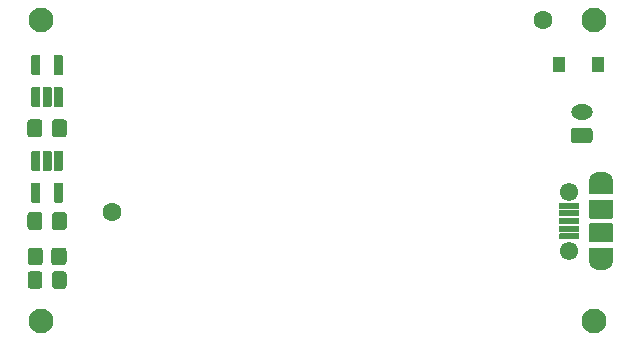
<source format=gbr>
%TF.GenerationSoftware,KiCad,Pcbnew,(5.1.9)-1*%
%TF.CreationDate,2021-01-14T15:41:35-05:00*%
%TF.ProjectId,TI59_battery,54493539-5f62-4617-9474-6572792e6b69,1*%
%TF.SameCoordinates,Original*%
%TF.FileFunction,Soldermask,Bot*%
%TF.FilePolarity,Negative*%
%FSLAX46Y46*%
G04 Gerber Fmt 4.6, Leading zero omitted, Abs format (unit mm)*
G04 Created by KiCad (PCBNEW (5.1.9)-1) date 2021-01-14 15:41:35*
%MOMM*%
%LPD*%
G01*
G04 APERTURE LIST*
%ADD10C,1.550000*%
%ADD11O,2.000000X1.300000*%
%ADD12C,2.100000*%
%ADD13C,1.600000*%
%ADD14O,1.850000X1.300000*%
G04 APERTURE END LIST*
%TO.C,J1*%
G36*
G01*
X166687500Y-104450000D02*
X168587500Y-104450000D01*
G75*
G02*
X168637500Y-104500000I0J-50000D01*
G01*
X168637500Y-106000000D01*
G75*
G02*
X168587500Y-106050000I-50000J0D01*
G01*
X166687500Y-106050000D01*
G75*
G02*
X166637500Y-106000000I0J50000D01*
G01*
X166637500Y-104500000D01*
G75*
G02*
X166687500Y-104450000I50000J0D01*
G01*
G37*
D10*
X164937500Y-101750000D03*
G36*
G01*
X164137500Y-103350000D02*
X165737500Y-103350000D01*
G75*
G02*
X165787500Y-103400000I0J-50000D01*
G01*
X165787500Y-103800000D01*
G75*
G02*
X165737500Y-103850000I-50000J0D01*
G01*
X164137500Y-103850000D01*
G75*
G02*
X164087500Y-103800000I0J50000D01*
G01*
X164087500Y-103400000D01*
G75*
G02*
X164137500Y-103350000I50000J0D01*
G01*
G37*
G36*
G01*
X164137500Y-102700000D02*
X165737500Y-102700000D01*
G75*
G02*
X165787500Y-102750000I0J-50000D01*
G01*
X165787500Y-103150000D01*
G75*
G02*
X165737500Y-103200000I-50000J0D01*
G01*
X164137500Y-103200000D01*
G75*
G02*
X164087500Y-103150000I0J50000D01*
G01*
X164087500Y-102750000D01*
G75*
G02*
X164137500Y-102700000I50000J0D01*
G01*
G37*
G36*
G01*
X164137500Y-105300000D02*
X165737500Y-105300000D01*
G75*
G02*
X165787500Y-105350000I0J-50000D01*
G01*
X165787500Y-105750000D01*
G75*
G02*
X165737500Y-105800000I-50000J0D01*
G01*
X164137500Y-105800000D01*
G75*
G02*
X164087500Y-105750000I0J50000D01*
G01*
X164087500Y-105350000D01*
G75*
G02*
X164137500Y-105300000I50000J0D01*
G01*
G37*
G36*
G01*
X164137500Y-104650000D02*
X165737500Y-104650000D01*
G75*
G02*
X165787500Y-104700000I0J-50000D01*
G01*
X165787500Y-105100000D01*
G75*
G02*
X165737500Y-105150000I-50000J0D01*
G01*
X164137500Y-105150000D01*
G75*
G02*
X164087500Y-105100000I0J50000D01*
G01*
X164087500Y-104700000D01*
G75*
G02*
X164137500Y-104650000I50000J0D01*
G01*
G37*
G36*
G01*
X164137500Y-104000000D02*
X165737500Y-104000000D01*
G75*
G02*
X165787500Y-104050000I0J-50000D01*
G01*
X165787500Y-104450000D01*
G75*
G02*
X165737500Y-104500000I-50000J0D01*
G01*
X164137500Y-104500000D01*
G75*
G02*
X164087500Y-104450000I0J50000D01*
G01*
X164087500Y-104050000D01*
G75*
G02*
X164137500Y-104000000I50000J0D01*
G01*
G37*
X164937500Y-106750000D03*
G36*
G01*
X166687500Y-102450000D02*
X168587500Y-102450000D01*
G75*
G02*
X168637500Y-102500000I0J-50000D01*
G01*
X168637500Y-104000000D01*
G75*
G02*
X168587500Y-104050000I-50000J0D01*
G01*
X166687500Y-104050000D01*
G75*
G02*
X166637500Y-104000000I0J50000D01*
G01*
X166637500Y-102500000D01*
G75*
G02*
X166687500Y-102450000I50000J0D01*
G01*
G37*
D11*
X167637500Y-100750000D03*
X167637500Y-107750000D03*
G36*
G01*
X166687500Y-106500000D02*
X168587500Y-106500000D01*
G75*
G02*
X168637500Y-106550000I0J-50000D01*
G01*
X168637500Y-107750000D01*
G75*
G02*
X168587500Y-107800000I-50000J0D01*
G01*
X166687500Y-107800000D01*
G75*
G02*
X166637500Y-107750000I0J50000D01*
G01*
X166637500Y-106550000D01*
G75*
G02*
X166687500Y-106500000I50000J0D01*
G01*
G37*
G36*
G01*
X166687500Y-100700000D02*
X168587500Y-100700000D01*
G75*
G02*
X168637500Y-100750000I0J-50000D01*
G01*
X168637500Y-101950000D01*
G75*
G02*
X168587500Y-102000000I-50000J0D01*
G01*
X166687500Y-102000000D01*
G75*
G02*
X166637500Y-101950000I0J50000D01*
G01*
X166637500Y-100750000D01*
G75*
G02*
X166687500Y-100700000I50000J0D01*
G01*
G37*
%TD*%
%TO.C,R1*%
G36*
G01*
X120400000Y-106770832D02*
X120400000Y-107729168D01*
G75*
G02*
X120129168Y-108000000I-270832J0D01*
G01*
X119370832Y-108000000D01*
G75*
G02*
X119100000Y-107729168I0J270832D01*
G01*
X119100000Y-106770832D01*
G75*
G02*
X119370832Y-106500000I270832J0D01*
G01*
X120129168Y-106500000D01*
G75*
G02*
X120400000Y-106770832I0J-270832D01*
G01*
G37*
G36*
G01*
X122400000Y-106770832D02*
X122400000Y-107729168D01*
G75*
G02*
X122129168Y-108000000I-270832J0D01*
G01*
X121370832Y-108000000D01*
G75*
G02*
X121100000Y-107729168I0J270832D01*
G01*
X121100000Y-106770832D01*
G75*
G02*
X121370832Y-106500000I270832J0D01*
G01*
X122129168Y-106500000D01*
G75*
G02*
X122400000Y-106770832I0J-270832D01*
G01*
G37*
%TD*%
%TO.C,C1*%
G36*
G01*
X120350000Y-103746276D02*
X120350000Y-104753724D01*
G75*
G02*
X120078724Y-105025000I-271276J0D01*
G01*
X119346276Y-105025000D01*
G75*
G02*
X119075000Y-104753724I0J271276D01*
G01*
X119075000Y-103746276D01*
G75*
G02*
X119346276Y-103475000I271276J0D01*
G01*
X120078724Y-103475000D01*
G75*
G02*
X120350000Y-103746276I0J-271276D01*
G01*
G37*
G36*
G01*
X122425000Y-103746276D02*
X122425000Y-104753724D01*
G75*
G02*
X122153724Y-105025000I-271276J0D01*
G01*
X121421276Y-105025000D01*
G75*
G02*
X121150000Y-104753724I0J271276D01*
G01*
X121150000Y-103746276D01*
G75*
G02*
X121421276Y-103475000I271276J0D01*
G01*
X122153724Y-103475000D01*
G75*
G02*
X122425000Y-103746276I0J-271276D01*
G01*
G37*
%TD*%
%TO.C,C2*%
G36*
G01*
X120350000Y-95896276D02*
X120350000Y-96903724D01*
G75*
G02*
X120078724Y-97175000I-271276J0D01*
G01*
X119346276Y-97175000D01*
G75*
G02*
X119075000Y-96903724I0J271276D01*
G01*
X119075000Y-95896276D01*
G75*
G02*
X119346276Y-95625000I271276J0D01*
G01*
X120078724Y-95625000D01*
G75*
G02*
X120350000Y-95896276I0J-271276D01*
G01*
G37*
G36*
G01*
X122425000Y-95896276D02*
X122425000Y-96903724D01*
G75*
G02*
X122153724Y-97175000I-271276J0D01*
G01*
X121421276Y-97175000D01*
G75*
G02*
X121150000Y-96903724I0J271276D01*
G01*
X121150000Y-95896276D01*
G75*
G02*
X121421276Y-95625000I271276J0D01*
G01*
X122153724Y-95625000D01*
G75*
G02*
X122425000Y-95896276I0J-271276D01*
G01*
G37*
%TD*%
D12*
%TO.C,H1*%
X167050000Y-112750000D03*
%TD*%
%TO.C,H2*%
X120250000Y-87250000D03*
%TD*%
D13*
%TO.C,TP1*%
X126250000Y-103500000D03*
%TD*%
%TO.C,TP2*%
X162750000Y-87250000D03*
%TD*%
%TO.C,Z1*%
G36*
G01*
X166900000Y-91600000D02*
X166900000Y-90400000D01*
G75*
G02*
X166950000Y-90350000I50000J0D01*
G01*
X167850000Y-90350000D01*
G75*
G02*
X167900000Y-90400000I0J-50000D01*
G01*
X167900000Y-91600000D01*
G75*
G02*
X167850000Y-91650000I-50000J0D01*
G01*
X166950000Y-91650000D01*
G75*
G02*
X166900000Y-91600000I0J50000D01*
G01*
G37*
G36*
G01*
X163600000Y-91600000D02*
X163600000Y-90400000D01*
G75*
G02*
X163650000Y-90350000I50000J0D01*
G01*
X164550000Y-90350000D01*
G75*
G02*
X164600000Y-90400000I0J-50000D01*
G01*
X164600000Y-91600000D01*
G75*
G02*
X164550000Y-91650000I-50000J0D01*
G01*
X163650000Y-91650000D01*
G75*
G02*
X163600000Y-91600000I0J50000D01*
G01*
G37*
%TD*%
%TO.C,J2*%
G36*
G01*
X166654168Y-97650000D02*
X165345832Y-97650000D01*
G75*
G02*
X165075000Y-97379168I0J270832D01*
G01*
X165075000Y-96620832D01*
G75*
G02*
X165345832Y-96350000I270832J0D01*
G01*
X166654168Y-96350000D01*
G75*
G02*
X166925000Y-96620832I0J-270832D01*
G01*
X166925000Y-97379168D01*
G75*
G02*
X166654168Y-97650000I-270832J0D01*
G01*
G37*
D14*
X166000000Y-95000000D03*
%TD*%
D12*
%TO.C,H3*%
X120250000Y-112750000D03*
%TD*%
%TO.C,H4*%
X167050000Y-87250000D03*
%TD*%
%TO.C,R2*%
G36*
G01*
X121150000Y-109728262D02*
X121150000Y-108771738D01*
G75*
G02*
X121421738Y-108500000I271738J0D01*
G01*
X122128262Y-108500000D01*
G75*
G02*
X122400000Y-108771738I0J-271738D01*
G01*
X122400000Y-109728262D01*
G75*
G02*
X122128262Y-110000000I-271738J0D01*
G01*
X121421738Y-110000000D01*
G75*
G02*
X121150000Y-109728262I0J271738D01*
G01*
G37*
G36*
G01*
X119100000Y-109728262D02*
X119100000Y-108771738D01*
G75*
G02*
X119371738Y-108500000I271738J0D01*
G01*
X120078262Y-108500000D01*
G75*
G02*
X120350000Y-108771738I0J-271738D01*
G01*
X120350000Y-109728262D01*
G75*
G02*
X120078262Y-110000000I-271738J0D01*
G01*
X119371738Y-110000000D01*
G75*
G02*
X119100000Y-109728262I0J271738D01*
G01*
G37*
%TD*%
%TO.C,U1*%
G36*
G01*
X119475000Y-98320000D02*
X120125000Y-98320000D01*
G75*
G02*
X120175000Y-98370000I0J-50000D01*
G01*
X120175000Y-99930000D01*
G75*
G02*
X120125000Y-99980000I-50000J0D01*
G01*
X119475000Y-99980000D01*
G75*
G02*
X119425000Y-99930000I0J50000D01*
G01*
X119425000Y-98370000D01*
G75*
G02*
X119475000Y-98320000I50000J0D01*
G01*
G37*
G36*
G01*
X120425000Y-98320000D02*
X121075000Y-98320000D01*
G75*
G02*
X121125000Y-98370000I0J-50000D01*
G01*
X121125000Y-99930000D01*
G75*
G02*
X121075000Y-99980000I-50000J0D01*
G01*
X120425000Y-99980000D01*
G75*
G02*
X120375000Y-99930000I0J50000D01*
G01*
X120375000Y-98370000D01*
G75*
G02*
X120425000Y-98320000I50000J0D01*
G01*
G37*
G36*
G01*
X121375000Y-98320000D02*
X122025000Y-98320000D01*
G75*
G02*
X122075000Y-98370000I0J-50000D01*
G01*
X122075000Y-99930000D01*
G75*
G02*
X122025000Y-99980000I-50000J0D01*
G01*
X121375000Y-99980000D01*
G75*
G02*
X121325000Y-99930000I0J50000D01*
G01*
X121325000Y-98370000D01*
G75*
G02*
X121375000Y-98320000I50000J0D01*
G01*
G37*
G36*
G01*
X121375000Y-101020000D02*
X122025000Y-101020000D01*
G75*
G02*
X122075000Y-101070000I0J-50000D01*
G01*
X122075000Y-102630000D01*
G75*
G02*
X122025000Y-102680000I-50000J0D01*
G01*
X121375000Y-102680000D01*
G75*
G02*
X121325000Y-102630000I0J50000D01*
G01*
X121325000Y-101070000D01*
G75*
G02*
X121375000Y-101020000I50000J0D01*
G01*
G37*
G36*
G01*
X119475000Y-101020000D02*
X120125000Y-101020000D01*
G75*
G02*
X120175000Y-101070000I0J-50000D01*
G01*
X120175000Y-102630000D01*
G75*
G02*
X120125000Y-102680000I-50000J0D01*
G01*
X119475000Y-102680000D01*
G75*
G02*
X119425000Y-102630000I0J50000D01*
G01*
X119425000Y-101070000D01*
G75*
G02*
X119475000Y-101020000I50000J0D01*
G01*
G37*
%TD*%
%TO.C,U2*%
G36*
G01*
X122025000Y-91880000D02*
X121375000Y-91880000D01*
G75*
G02*
X121325000Y-91830000I0J50000D01*
G01*
X121325000Y-90270000D01*
G75*
G02*
X121375000Y-90220000I50000J0D01*
G01*
X122025000Y-90220000D01*
G75*
G02*
X122075000Y-90270000I0J-50000D01*
G01*
X122075000Y-91830000D01*
G75*
G02*
X122025000Y-91880000I-50000J0D01*
G01*
G37*
G36*
G01*
X120125000Y-91880000D02*
X119475000Y-91880000D01*
G75*
G02*
X119425000Y-91830000I0J50000D01*
G01*
X119425000Y-90270000D01*
G75*
G02*
X119475000Y-90220000I50000J0D01*
G01*
X120125000Y-90220000D01*
G75*
G02*
X120175000Y-90270000I0J-50000D01*
G01*
X120175000Y-91830000D01*
G75*
G02*
X120125000Y-91880000I-50000J0D01*
G01*
G37*
G36*
G01*
X120125000Y-94580000D02*
X119475000Y-94580000D01*
G75*
G02*
X119425000Y-94530000I0J50000D01*
G01*
X119425000Y-92970000D01*
G75*
G02*
X119475000Y-92920000I50000J0D01*
G01*
X120125000Y-92920000D01*
G75*
G02*
X120175000Y-92970000I0J-50000D01*
G01*
X120175000Y-94530000D01*
G75*
G02*
X120125000Y-94580000I-50000J0D01*
G01*
G37*
G36*
G01*
X121075000Y-94580000D02*
X120425000Y-94580000D01*
G75*
G02*
X120375000Y-94530000I0J50000D01*
G01*
X120375000Y-92970000D01*
G75*
G02*
X120425000Y-92920000I50000J0D01*
G01*
X121075000Y-92920000D01*
G75*
G02*
X121125000Y-92970000I0J-50000D01*
G01*
X121125000Y-94530000D01*
G75*
G02*
X121075000Y-94580000I-50000J0D01*
G01*
G37*
G36*
G01*
X122025000Y-94580000D02*
X121375000Y-94580000D01*
G75*
G02*
X121325000Y-94530000I0J50000D01*
G01*
X121325000Y-92970000D01*
G75*
G02*
X121375000Y-92920000I50000J0D01*
G01*
X122025000Y-92920000D01*
G75*
G02*
X122075000Y-92970000I0J-50000D01*
G01*
X122075000Y-94530000D01*
G75*
G02*
X122025000Y-94580000I-50000J0D01*
G01*
G37*
%TD*%
M02*

</source>
